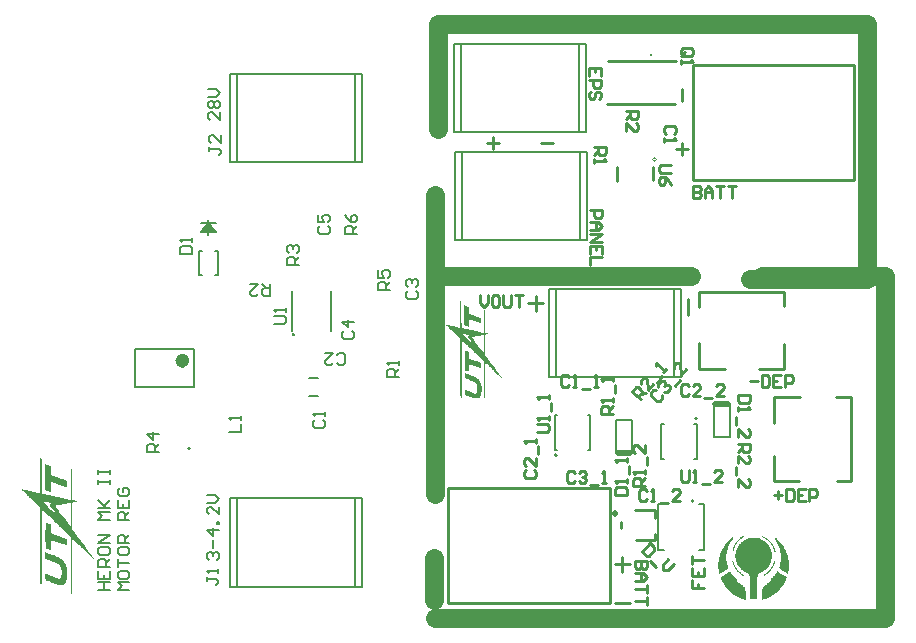
<source format=gto>
G04*
G04 #@! TF.GenerationSoftware,Altium Limited,Altium Designer,18.1.9 (240)*
G04*
G04 Layer_Color=65535*
%FSLAX44Y44*%
%MOMM*%
G71*
G01*
G75*
%ADD16C,0.2540*%
%ADD41C,1.6000*%
%ADD46C,0.1000*%
%ADD47C,0.1270*%
%ADD48C,0.1524*%
%ADD49C,0.6000*%
%ADD50C,0.2000*%
%ADD51C,0.5000*%
G36*
X395137Y268147D02*
X397023Y267556D01*
X397060Y261682D01*
X397135Y261683D01*
X397362Y261609D01*
X397814Y261461D01*
X398343Y261238D01*
X399098Y261017D01*
X400003Y260721D01*
X401060Y260352D01*
X402343Y259908D01*
X402418Y259908D01*
X402494Y259833D01*
X402947Y259686D01*
X403551Y259463D01*
X404305Y259242D01*
X405211Y258947D01*
X406042Y258575D01*
X406872Y258279D01*
X407627Y257983D01*
X407646Y254895D01*
X407574Y254443D01*
X407576Y254142D01*
X407502Y253840D01*
X407427Y253764D01*
X407277Y253763D01*
X407126Y253837D01*
X406673Y253985D01*
X406069Y254207D01*
X405691Y254356D01*
X405163Y254503D01*
X404560Y254650D01*
X403956Y254872D01*
X403126Y255168D01*
X402295Y255464D01*
X402220Y255464D01*
X402069Y255538D01*
X401843Y255612D01*
X401540Y255760D01*
X400711Y255981D01*
X399805Y256352D01*
X398824Y256647D01*
X397994Y256868D01*
X397692Y257017D01*
X397390Y257090D01*
X397239Y257164D01*
X397164Y257164D01*
X397167Y256637D01*
X397094Y256260D01*
X397118Y252419D01*
X397047Y251816D01*
X397052Y250912D01*
X396977Y250837D01*
X396978Y250761D01*
X396903Y250761D01*
X396525Y250834D01*
X396299Y250908D01*
X395922Y250981D01*
X395545Y251129D01*
X395016Y251352D01*
X393430Y252019D01*
X393325Y268813D01*
X395137Y268147D01*
D02*
G37*
G36*
X390514Y272712D02*
X390591Y272486D01*
X390667Y272261D01*
X390745Y271885D01*
X390824Y271358D01*
X390923Y255468D01*
X391012Y253284D01*
X391024Y251402D01*
X391104Y250649D01*
X391110Y249745D01*
X391186Y249595D01*
X391261Y249596D01*
X391412Y249597D01*
X391714Y249523D01*
X392241Y249451D01*
X392920Y249305D01*
X393448Y249233D01*
X393976Y249086D01*
X394579Y248939D01*
X395258Y248792D01*
X396012Y248647D01*
X396917Y248426D01*
X397068Y248427D01*
X397521Y248279D01*
X398199Y248133D01*
X399180Y247913D01*
X400537Y247621D01*
X402121Y247329D01*
X404006Y246889D01*
X405062Y246670D01*
X406193Y246451D01*
X409964Y245646D01*
X409879Y259202D01*
X409942Y261160D01*
X409930Y263043D01*
X410000Y263872D01*
X409995Y264700D01*
X410066Y265303D01*
X410063Y265830D01*
X410136Y266132D01*
X410211Y266283D01*
X410287Y266133D01*
X410288Y265983D01*
X410365Y265757D01*
X410442Y265381D01*
X410445Y265005D01*
X410524Y264403D01*
X410603Y263725D01*
X410609Y262897D01*
X410690Y261843D01*
X410698Y260638D01*
X410782Y259208D01*
X410868Y257626D01*
X410879Y255744D01*
X411019Y245427D01*
X412452Y245210D01*
X412527Y245210D01*
X412678Y245136D01*
X413131Y244988D01*
X413659Y244841D01*
X413886Y244692D01*
X413962Y244617D01*
X413887Y244541D01*
X413737Y244465D01*
X413511Y244388D01*
X413285Y244387D01*
X413210Y244386D01*
X413059Y244385D01*
X412758Y244383D01*
X412457Y244306D01*
X411705Y244151D01*
X410955Y243770D01*
X411063Y226448D01*
X411975Y225174D01*
X412051Y225099D01*
X412279Y224799D01*
X412583Y224349D01*
X413114Y223750D01*
X413645Y223000D01*
X414404Y222101D01*
X415164Y221052D01*
X416075Y219928D01*
X417062Y218578D01*
X418125Y217229D01*
X419189Y215730D01*
X420328Y214155D01*
X421544Y212506D01*
X422835Y210782D01*
X425418Y207183D01*
X425760Y206620D01*
X425723Y206658D01*
X425344Y206957D01*
X425117Y207181D01*
X424738Y207480D01*
X424587Y207630D01*
X424360Y207854D01*
X423905Y208303D01*
X423602Y208603D01*
X423147Y208976D01*
X422617Y209500D01*
X422086Y210099D01*
X421329Y210772D01*
X420495Y211520D01*
X419586Y212418D01*
X418525Y213466D01*
X418449Y213541D01*
X418223Y213690D01*
X417919Y213990D01*
X417541Y214364D01*
X417085Y214888D01*
X416555Y215337D01*
X415343Y216459D01*
X414131Y217656D01*
X412995Y218628D01*
X412540Y219077D01*
X412161Y219451D01*
X411859Y219675D01*
X411632Y219825D01*
X411102Y220273D01*
X411253Y196249D01*
X411188Y194592D01*
X411219Y189622D01*
X411153Y188115D01*
X411086Y186759D01*
X411094Y185554D01*
X411021Y185102D01*
X411026Y184349D01*
X410952Y184122D01*
X410953Y183972D01*
X410878Y183896D01*
X410878Y183971D01*
X410802Y184046D01*
X410801Y184196D01*
X410724Y184497D01*
X410721Y184874D01*
X410642Y185476D01*
X410562Y186228D01*
X410556Y187283D01*
X410473Y188487D01*
X410463Y190069D01*
X410382Y190897D01*
X410363Y194060D01*
X410280Y195264D01*
X410116Y221321D01*
X404584Y226860D01*
X404508Y226934D01*
X404281Y227159D01*
X403902Y227533D01*
X403296Y228057D01*
X402614Y228730D01*
X401705Y229553D01*
X400644Y230600D01*
X399432Y231723D01*
X399356Y231798D01*
X399280Y231872D01*
X398901Y232246D01*
X398295Y232845D01*
X397538Y233518D01*
X396856Y234192D01*
X396099Y234865D01*
X395492Y235464D01*
X395037Y235912D01*
X391022Y239728D01*
X391308Y194091D01*
X391238Y193262D01*
X391257Y190250D01*
X391106Y190249D01*
X390880Y190398D01*
X390653Y190547D01*
X390500Y190847D01*
X390348Y191147D01*
X390270Y191599D01*
X390269Y191674D01*
X390192Y191900D01*
X390190Y192276D01*
X390111Y192878D01*
X390106Y193631D01*
X390024Y194685D01*
X389984Y201162D01*
X390054Y201915D01*
X390014Y208392D01*
X390079Y210049D01*
X389887Y240625D01*
X385416Y245040D01*
X385264Y245190D01*
X385112Y245340D01*
X384809Y245639D01*
X384431Y245938D01*
X383976Y246387D01*
X383446Y246911D01*
X382764Y247584D01*
X382688Y247659D01*
X382461Y247884D01*
X382082Y248258D01*
X381627Y248707D01*
X380491Y249754D01*
X379430Y250802D01*
X379354Y250877D01*
X379202Y251026D01*
X378672Y251475D01*
X378217Y251999D01*
X378065Y252224D01*
X377989Y252299D01*
X378366Y252301D01*
X378441Y252302D01*
X378667Y252303D01*
X379044Y252230D01*
X379497Y252083D01*
X379572Y252083D01*
X379874Y252010D01*
X380326Y251937D01*
X380779Y251789D01*
X380930Y251790D01*
X381081Y251716D01*
X381382Y251718D01*
X381684Y251644D01*
X382211Y251572D01*
X382740Y251425D01*
X383418Y251279D01*
X383494Y251279D01*
X383720Y251205D01*
X384097Y251132D01*
X384474Y251059D01*
X385454Y250840D01*
X385831Y250767D01*
X386208Y250694D01*
X389452Y249886D01*
X389526Y250037D01*
X389525Y250263D01*
X389599Y250489D01*
X389594Y251318D01*
X389665Y251920D01*
X389660Y252673D01*
X389730Y253653D01*
X389723Y254783D01*
X389790Y256063D01*
X389708Y269167D01*
X389778Y269921D01*
X389768Y271578D01*
X389840Y272105D01*
X389987Y272633D01*
X390137Y272785D01*
X390287Y272861D01*
X390362Y272862D01*
X390514Y272712D01*
D02*
G37*
G36*
X394243Y230485D02*
X394469Y230411D01*
X394771Y230338D01*
X395149Y230189D01*
X395602Y230042D01*
X397111Y229599D01*
X397112Y229449D01*
X397188Y229223D01*
X397193Y228470D01*
X397272Y227943D01*
X397293Y224555D01*
X397371Y224103D01*
X397374Y223651D01*
X398884Y223058D01*
X398959Y223059D01*
X399110Y222984D01*
X399488Y222836D01*
X400016Y222689D01*
X400695Y222467D01*
X401601Y222096D01*
X402733Y221727D01*
X404091Y221283D01*
X407865Y220027D01*
X407884Y216939D01*
X407811Y216562D01*
X407814Y216185D01*
X407740Y215959D01*
X407665Y215883D01*
X402383Y217582D01*
X397326Y219283D01*
X397356Y214463D01*
X397285Y213860D01*
X397288Y213333D01*
X397215Y212956D01*
X397140Y212880D01*
X397141Y212805D01*
X397065Y212804D01*
X396914Y212879D01*
X396688Y212953D01*
X396236Y213025D01*
X395707Y213248D01*
X394952Y213469D01*
X393971Y213764D01*
X393895Y213914D01*
X393893Y214291D01*
X393816Y214591D01*
X393810Y215420D01*
X393732Y215947D01*
X393722Y217453D01*
X393641Y218431D01*
X393600Y224908D01*
X393666Y226415D01*
X393657Y227921D01*
X393727Y228674D01*
X393723Y229277D01*
X393796Y229804D01*
X393793Y230181D01*
X393867Y230483D01*
X393941Y230558D01*
X394017Y230559D01*
X394243Y230485D01*
D02*
G37*
G36*
X425874Y206508D02*
X425875Y206433D01*
X425760Y206620D01*
X425874Y206508D01*
D02*
G37*
G36*
X398214Y209799D02*
X398289Y209799D01*
X398440Y209725D01*
X398742Y209576D01*
X399195Y209429D01*
X399648Y209281D01*
X400177Y209058D01*
X401385Y208539D01*
X402669Y207944D01*
X403879Y207199D01*
X404937Y206528D01*
X405391Y206154D01*
X405695Y205779D01*
X405771Y205629D01*
X406075Y205254D01*
X406455Y204654D01*
X406837Y203753D01*
X407296Y202626D01*
X407682Y201197D01*
X407994Y199543D01*
X408081Y197585D01*
X408086Y196757D01*
X408016Y195928D01*
X407872Y194872D01*
X407653Y193741D01*
X407359Y192610D01*
X406989Y191628D01*
X406690Y191175D01*
X406391Y190796D01*
X406317Y190721D01*
X406242Y190645D01*
X406017Y190493D01*
X405717Y190340D01*
X404966Y189959D01*
X404514Y189881D01*
X404063Y189803D01*
X403988Y189802D01*
X403686Y189876D01*
X403385Y189874D01*
X403083Y189947D01*
X402706Y190020D01*
X402178Y190167D01*
X401650Y190315D01*
X400971Y190536D01*
X400216Y190758D01*
X399310Y191053D01*
X398254Y191348D01*
X397122Y191793D01*
X395914Y192237D01*
X394480Y192755D01*
X394404Y192830D01*
X394253Y192980D01*
X394101Y193129D01*
X394024Y193430D01*
X393870Y193881D01*
X393792Y194408D01*
X393773Y197345D01*
X393848Y197345D01*
X393924Y197270D01*
X394151Y197196D01*
X394452Y197123D01*
X394830Y196975D01*
X395283Y196827D01*
X396415Y196457D01*
X397774Y195939D01*
X399359Y195346D01*
X401095Y194755D01*
X403058Y194014D01*
X403132Y194090D01*
X403356Y194392D01*
X403356Y194468D01*
X403506Y194544D01*
X403656Y194695D01*
X403731Y194771D01*
X403880Y194923D01*
X403955Y194998D01*
X404029Y195225D01*
X404028Y195375D01*
X404177Y195678D01*
X404176Y195828D01*
X404249Y196205D01*
X404247Y196431D01*
X404320Y196808D01*
X404318Y197110D01*
X404392Y197411D01*
X404380Y199219D01*
X404301Y199821D01*
X404222Y200498D01*
X404067Y201250D01*
X403836Y202002D01*
X403530Y202678D01*
X403075Y203202D01*
X403000Y203202D01*
X402848Y203351D01*
X402621Y203500D01*
X402168Y203724D01*
X401488Y204021D01*
X400582Y204391D01*
X399525Y204837D01*
X398846Y205058D01*
X398091Y205355D01*
X393788Y206985D01*
X393787Y207135D01*
X393709Y207511D01*
X393694Y209997D01*
X393614Y210749D01*
X393612Y211050D01*
X393535Y211351D01*
X398214Y209799D01*
D02*
G37*
G36*
X41062Y133386D02*
X43503Y132605D01*
Y124990D01*
X43601D01*
X43894Y124892D01*
X44480Y124697D01*
X45163Y124404D01*
X46140Y124111D01*
X47311Y123720D01*
X48678Y123232D01*
X50338Y122646D01*
X50436D01*
X50533Y122549D01*
X51119Y122353D01*
X51900Y122060D01*
X52877Y121768D01*
X54048Y121377D01*
X55122Y120889D01*
X56196Y120498D01*
X57173Y120108D01*
Y116105D01*
X57075Y115519D01*
Y115128D01*
X56978Y114738D01*
X56880Y114640D01*
X56684D01*
X56489Y114738D01*
X55903Y114933D01*
X55122Y115226D01*
X54634Y115421D01*
X53951Y115616D01*
X53170Y115812D01*
X52389Y116105D01*
X51315Y116495D01*
X50241Y116886D01*
X50143D01*
X49948Y116983D01*
X49655Y117081D01*
X49264Y117276D01*
X48190Y117569D01*
X47018Y118057D01*
X45749Y118448D01*
X44675Y118741D01*
X44285Y118936D01*
X43894Y119034D01*
X43699Y119131D01*
X43601D01*
Y118448D01*
X43503Y117960D01*
Y112980D01*
X43406Y112199D01*
Y111027D01*
X43308Y110930D01*
Y110832D01*
X43211D01*
X42722Y110930D01*
X42429Y111027D01*
X41941Y111125D01*
X41453Y111320D01*
X40770Y111613D01*
X38719Y112492D01*
Y134265D01*
X41062Y133386D01*
D02*
G37*
G36*
X35107Y139342D02*
X35204Y139050D01*
X35302Y138757D01*
X35399Y138268D01*
X35497Y137585D01*
Y116983D01*
X35595Y114152D01*
Y111711D01*
X35693Y110735D01*
Y109563D01*
X35790Y109368D01*
X36083D01*
X36474Y109270D01*
X37157Y109172D01*
X38036Y108977D01*
X38719Y108879D01*
X39403Y108684D01*
X40184Y108489D01*
X41062Y108294D01*
X42039Y108098D01*
X43211Y107805D01*
X43406D01*
X43992Y107610D01*
X44870Y107415D01*
X46140Y107122D01*
X47897Y106731D01*
X49948Y106341D01*
X52389Y105755D01*
X53755Y105462D01*
X55220Y105169D01*
X60102Y104095D01*
Y121670D01*
X60199Y124208D01*
Y126650D01*
X60297Y127724D01*
Y128798D01*
X60395Y129579D01*
Y130262D01*
X60492Y130653D01*
X60590Y130848D01*
X60688Y130653D01*
Y130457D01*
X60785Y130164D01*
X60883Y129676D01*
Y129188D01*
X60981Y128407D01*
X61078Y127528D01*
Y126454D01*
X61176Y125087D01*
Y123525D01*
X61273Y121670D01*
X61371Y119620D01*
Y117179D01*
X61469Y103802D01*
X63324Y103509D01*
X63422D01*
X63617Y103412D01*
X64203Y103216D01*
X64886Y103021D01*
X65179Y102826D01*
X65277Y102728D01*
X65179Y102631D01*
X64984Y102533D01*
X64691Y102435D01*
X63714D01*
X63324Y102338D01*
X62347Y102142D01*
X61371Y101654D01*
X61371Y79198D01*
X62543Y77538D01*
X62641Y77440D01*
X62933Y77050D01*
X63324Y76464D01*
X64007Y75683D01*
X64691Y74706D01*
X65667Y73535D01*
X66644Y72168D01*
X67815Y70703D01*
X69085Y68946D01*
X70451Y67188D01*
X71818Y65235D01*
X73283Y63185D01*
X74845Y61037D01*
X76505Y58791D01*
X79825Y54105D01*
X80264Y53373D01*
X80410Y53226D01*
Y53128D01*
X80264Y53373D01*
X80215Y53421D01*
X79727Y53812D01*
X79434Y54105D01*
X78946Y54495D01*
X78751Y54691D01*
X78458Y54984D01*
X77872Y55569D01*
X77481Y55960D01*
X76896Y56448D01*
X76212Y57132D01*
X75529Y57913D01*
X74552Y58791D01*
X73478Y59768D01*
X72307Y60939D01*
X70940Y62306D01*
X70842Y62404D01*
X70549Y62599D01*
X70159Y62990D01*
X69670Y63478D01*
X69085Y64161D01*
X68401Y64747D01*
X66839Y66212D01*
X65277Y67774D01*
X63812Y69043D01*
X63226Y69629D01*
X62738Y70117D01*
X62348Y70410D01*
X62055Y70606D01*
X61371Y71191D01*
Y40045D01*
X61273Y37897D01*
Y31453D01*
X61176Y29500D01*
X61078Y27743D01*
Y26180D01*
X60981Y25595D01*
Y24618D01*
X60883Y24325D01*
Y24130D01*
X60785Y24032D01*
Y24130D01*
X60688Y24228D01*
Y24423D01*
X60590Y24813D01*
Y25302D01*
X60492Y26083D01*
X60395Y27059D01*
Y28426D01*
X60297Y29988D01*
Y32039D01*
X60199Y33113D01*
Y37213D01*
X60102Y38776D01*
Y72558D01*
X52974Y79783D01*
X52877Y79881D01*
X52584Y80174D01*
X52096Y80662D01*
X51315Y81346D01*
X50436Y82224D01*
X49264Y83298D01*
X47897Y84665D01*
X46335Y86130D01*
X46237Y86228D01*
X46140Y86325D01*
X45651Y86813D01*
X44870Y87594D01*
X43894Y88473D01*
X43015Y89352D01*
X42039Y90231D01*
X41258Y91012D01*
X40672Y91598D01*
X35497Y96577D01*
Y37409D01*
X35400Y36335D01*
Y32429D01*
X35204D01*
X34911Y32624D01*
X34618Y32820D01*
X34423Y33210D01*
X34228Y33601D01*
X34130Y34187D01*
Y34284D01*
X34033Y34577D01*
Y35065D01*
X33935Y35847D01*
Y36823D01*
X33837Y38190D01*
Y46587D01*
X33935Y47563D01*
Y55960D01*
X34033Y58108D01*
X34033Y97749D01*
X28272Y103509D01*
X28077Y103705D01*
X27882Y103900D01*
X27491Y104291D01*
X27003Y104681D01*
X26417Y105267D01*
X25733Y105950D01*
X24855Y106829D01*
X24757Y106927D01*
X24464Y107220D01*
X23976Y107708D01*
X23390Y108294D01*
X21926Y109661D01*
X20559Y111027D01*
X20461Y111125D01*
X20266Y111320D01*
X19582Y111906D01*
X18996Y112590D01*
X18801Y112883D01*
X18704Y112980D01*
X19582D01*
X20070Y112883D01*
X20656Y112687D01*
X20754D01*
X21144Y112590D01*
X21730Y112492D01*
X22316Y112297D01*
X22511D01*
X22707Y112199D01*
X23097D01*
X23488Y112101D01*
X24171Y112004D01*
X24855Y111809D01*
X25733Y111613D01*
X25831D01*
X26124Y111516D01*
X26612Y111418D01*
X27100Y111320D01*
X28370Y111027D01*
X28858Y110930D01*
X29346Y110832D01*
X33544Y109758D01*
X33642Y109953D01*
Y110246D01*
X33740Y110539D01*
Y111613D01*
X33837Y112394D01*
Y113371D01*
X33935Y114640D01*
Y116105D01*
X34033Y117765D01*
Y134753D01*
X34130Y135730D01*
Y137878D01*
X34228Y138561D01*
X34423Y139245D01*
X34618Y139440D01*
X34814Y139538D01*
X34911D01*
X35107Y139342D01*
D02*
G37*
G36*
X644293Y73352D02*
X644961D01*
Y73018D01*
X644293D01*
Y73352D01*
X643289D01*
Y73687D01*
X644293D01*
Y73352D01*
D02*
G37*
G36*
X647303Y72683D02*
X647637D01*
Y72349D01*
X648306D01*
Y72014D01*
X648975D01*
Y71680D01*
X649310D01*
Y71345D01*
X649979D01*
Y71011D01*
X650313D01*
Y70676D01*
X650648D01*
Y70342D01*
X650982D01*
Y70007D01*
X651317D01*
Y69673D01*
X651651D01*
Y69338D01*
X651986D01*
Y69004D01*
X652320D01*
Y68669D01*
X652655D01*
Y68335D01*
X652989D01*
Y68000D01*
X653324D01*
Y67666D01*
X653658D01*
Y67332D01*
Y66997D01*
X653993D01*
Y66663D01*
X654327D01*
Y66328D01*
Y65993D01*
X654662D01*
Y65659D01*
X654996D01*
Y65325D01*
Y64990D01*
X655331D01*
Y64655D01*
Y64321D01*
X655665D01*
Y63987D01*
Y63652D01*
Y63318D01*
X656000D01*
Y62983D01*
Y62649D01*
X656334D01*
Y62314D01*
Y61980D01*
Y61645D01*
X656669D01*
Y61311D01*
Y60976D01*
Y60642D01*
Y60307D01*
X657003D01*
Y59973D01*
X655665D01*
Y60307D01*
Y60642D01*
Y60976D01*
Y61311D01*
X655331D01*
Y61645D01*
Y61980D01*
Y62314D01*
X654996D01*
Y62649D01*
Y62983D01*
Y63318D01*
X654662D01*
Y63652D01*
Y63987D01*
X654327D01*
Y64321D01*
Y64655D01*
X653993D01*
Y64990D01*
Y65325D01*
X653658D01*
Y65659D01*
X653324D01*
Y65993D01*
Y66328D01*
X652989D01*
Y66663D01*
X652655D01*
Y66997D01*
Y67332D01*
X652320D01*
Y67666D01*
X651986D01*
Y68000D01*
X651651D01*
Y68335D01*
X651317D01*
Y68669D01*
X650982D01*
Y69004D01*
X650648D01*
Y69338D01*
X650313D01*
Y69673D01*
X649979D01*
Y70007D01*
X649644D01*
Y70342D01*
X648975D01*
Y70676D01*
X648641D01*
Y71011D01*
X647972D01*
Y71345D01*
X647637D01*
Y71680D01*
X647303D01*
Y72014D01*
X646634D01*
Y72349D01*
X645965D01*
Y72683D01*
X645296D01*
Y73018D01*
X645965D01*
Y72683D01*
X646634D01*
Y72349D01*
X646968D01*
Y72683D01*
Y73018D01*
X647303D01*
Y72683D01*
D02*
G37*
G36*
X39598Y84568D02*
X39891Y84470D01*
X40282Y84372D01*
X40770Y84177D01*
X41356Y83982D01*
X43308Y83396D01*
Y83201D01*
X43406Y82908D01*
Y81931D01*
X43503Y81248D01*
Y76854D01*
X43601Y76269D01*
Y75683D01*
X45554Y74902D01*
X45651D01*
X45847Y74804D01*
X46335Y74609D01*
X47018Y74413D01*
X47897Y74120D01*
X49069Y73632D01*
X50533Y73144D01*
X52291Y72558D01*
X57173Y70898D01*
Y66895D01*
X57075Y66407D01*
Y65919D01*
X56978Y65626D01*
X56880Y65528D01*
X50045Y67774D01*
X43503Y70020D01*
Y63771D01*
X43406Y62990D01*
Y62306D01*
X43308Y61818D01*
X43211Y61720D01*
Y61623D01*
X43113D01*
X42918Y61720D01*
X42625Y61818D01*
X42039Y61916D01*
X41356Y62209D01*
X40379Y62502D01*
X39110Y62892D01*
X39012Y63087D01*
Y63576D01*
X38914Y63966D01*
Y65040D01*
X38817Y65724D01*
Y67676D01*
X38719Y68946D01*
Y77343D01*
X38817Y79295D01*
Y81248D01*
X38914Y82224D01*
Y83006D01*
X39012Y83689D01*
Y84177D01*
X39110Y84568D01*
X39207Y84665D01*
X39305D01*
X39598Y84568D01*
D02*
G37*
G36*
X630192Y73520D02*
Y73185D01*
X629857D01*
Y72851D01*
Y72516D01*
X629523D01*
Y72182D01*
X629188D01*
Y71847D01*
X628519D01*
Y71513D01*
X628185D01*
Y71178D01*
X627516D01*
Y70844D01*
X627182D01*
Y70509D01*
X626847D01*
Y70175D01*
X626512D01*
Y69840D01*
X626178D01*
Y69506D01*
X625844D01*
Y69171D01*
X625509D01*
Y68837D01*
X625174D01*
Y68502D01*
X624840D01*
Y68168D01*
X624506D01*
Y67833D01*
Y67499D01*
X624171D01*
Y67164D01*
X623837D01*
Y66830D01*
Y66495D01*
X623554D01*
Y66328D01*
X623502D01*
Y66161D01*
X623168D01*
Y65826D01*
Y65492D01*
X622885D01*
Y65325D01*
X622833D01*
Y65157D01*
Y64823D01*
X622551D01*
Y64655D01*
X622499D01*
Y64488D01*
Y64154D01*
X622164D01*
Y63819D01*
Y63485D01*
Y63150D01*
X621830D01*
Y62816D01*
Y62481D01*
Y62147D01*
X621495D01*
Y61812D01*
Y61478D01*
Y61143D01*
Y60809D01*
X620878D01*
Y60642D01*
X620544D01*
Y60809D01*
X620157D01*
Y61143D01*
X620492D01*
Y61478D01*
Y61812D01*
Y62147D01*
Y62481D01*
X620826D01*
Y62816D01*
Y63150D01*
Y63485D01*
X621161D01*
Y63819D01*
Y64154D01*
X621495D01*
Y64488D01*
Y64823D01*
Y65157D01*
X621830D01*
Y65492D01*
Y65826D01*
X622164D01*
Y66161D01*
Y66495D01*
X622499D01*
Y66830D01*
X622833D01*
Y67164D01*
Y67499D01*
X623168D01*
Y67833D01*
X623502D01*
Y68168D01*
Y68502D01*
X623837D01*
Y68837D01*
X624171D01*
Y69171D01*
X624506D01*
Y69506D01*
X624840D01*
Y69840D01*
X625174D01*
Y70175D01*
X625509D01*
Y70509D01*
X625844D01*
Y70844D01*
X626178D01*
Y71178D01*
X626512D01*
Y71513D01*
X626847D01*
Y71847D01*
X627182D01*
Y72182D01*
X627850D01*
Y72516D01*
X628185D01*
Y72851D01*
X628854D01*
Y73185D01*
X629523D01*
Y73520D01*
X629857D01*
Y73854D01*
X630192D01*
Y73520D01*
D02*
G37*
G36*
X656334Y72014D02*
X656669D01*
Y71680D01*
X657338D01*
Y71345D01*
X657672D01*
Y71011D01*
X658007D01*
Y70676D01*
X658341D01*
Y70342D01*
X658676D01*
Y70007D01*
X659010D01*
Y69673D01*
X659345D01*
Y69338D01*
X659679D01*
Y69004D01*
X660014D01*
Y68669D01*
X660348D01*
Y68335D01*
X660683D01*
Y68000D01*
X661017D01*
Y67666D01*
X661352D01*
Y67332D01*
X661686D01*
Y66997D01*
X662021D01*
Y66663D01*
Y66328D01*
X662355D01*
Y65993D01*
X662690D01*
Y65659D01*
X663024D01*
Y65325D01*
Y64990D01*
X663359D01*
Y64655D01*
X663693D01*
Y64321D01*
Y63987D01*
X664028D01*
Y63652D01*
Y63318D01*
X664362D01*
Y62983D01*
Y62649D01*
X664697D01*
Y62314D01*
X665031D01*
Y61980D01*
Y61645D01*
X665366D01*
Y61311D01*
Y60976D01*
X665700D01*
Y60642D01*
Y60307D01*
Y59973D01*
X666034D01*
Y59638D01*
Y59304D01*
X666369D01*
Y58969D01*
Y58635D01*
Y58300D01*
X666703D01*
Y57966D01*
Y57631D01*
Y57297D01*
X667038D01*
Y56962D01*
Y56628D01*
Y56293D01*
X667373D01*
Y55959D01*
Y55624D01*
Y55290D01*
Y54955D01*
X667707D01*
Y54621D01*
Y54286D01*
Y53952D01*
Y53617D01*
Y53283D01*
Y52948D01*
X668042D01*
Y52614D01*
Y52279D01*
Y51945D01*
Y51610D01*
Y51276D01*
Y50941D01*
Y50607D01*
Y50272D01*
Y49938D01*
X668376D01*
Y49603D01*
Y49269D01*
Y48934D01*
Y48600D01*
Y48265D01*
Y47931D01*
Y47596D01*
Y47262D01*
Y46927D01*
X668042D01*
Y46593D01*
Y46258D01*
Y45924D01*
Y45589D01*
Y45255D01*
Y44921D01*
Y44586D01*
Y44251D01*
Y43917D01*
X667707D01*
Y43583D01*
Y43248D01*
Y42913D01*
Y42579D01*
Y42245D01*
Y41910D01*
X667373D01*
Y41575D01*
Y41241D01*
X667038D01*
Y41575D01*
X666369D01*
Y41910D01*
X666034D01*
Y42245D01*
X665366D01*
Y42579D01*
X665031D01*
Y42913D01*
X664362D01*
Y43248D01*
X663693D01*
Y43583D01*
X663359D01*
Y43917D01*
X662690D01*
Y44251D01*
X662355D01*
Y44586D01*
X661686D01*
Y44921D01*
X661352D01*
Y45255D01*
X660683D01*
Y45589D01*
X660348D01*
Y45924D01*
X659679D01*
Y46258D01*
Y46593D01*
X660014D01*
Y46927D01*
Y47262D01*
Y47596D01*
X660348D01*
Y47931D01*
Y48265D01*
Y48600D01*
X660683D01*
Y48934D01*
Y49269D01*
Y49603D01*
X661017D01*
Y49938D01*
Y50272D01*
Y50607D01*
Y50941D01*
Y51276D01*
X661352D01*
Y51610D01*
Y51945D01*
Y52279D01*
Y52614D01*
Y52948D01*
Y53283D01*
Y53617D01*
Y53952D01*
Y54286D01*
Y54621D01*
X661686D01*
Y54955D01*
Y55290D01*
Y55624D01*
Y55959D01*
Y56293D01*
X661352D01*
Y56628D01*
Y56962D01*
Y57297D01*
Y57631D01*
Y57966D01*
Y58300D01*
Y58635D01*
Y58969D01*
Y59304D01*
X661017D01*
Y59638D01*
Y59973D01*
Y60307D01*
Y60642D01*
Y60976D01*
X660683D01*
Y61311D01*
Y61645D01*
Y61980D01*
Y62314D01*
X660348D01*
Y62649D01*
Y62983D01*
Y63318D01*
X660014D01*
Y63652D01*
Y63987D01*
Y64321D01*
X659679D01*
Y64655D01*
Y64990D01*
X659345D01*
Y65325D01*
Y65659D01*
X659010D01*
Y65993D01*
Y66328D01*
X658676D01*
Y66663D01*
Y66997D01*
X658341D01*
Y67332D01*
Y67666D01*
X658007D01*
Y68000D01*
Y68335D01*
X657672D01*
Y68669D01*
X657338D01*
Y69004D01*
Y69338D01*
X657003D01*
Y69673D01*
X656669D01*
Y70007D01*
X656334D01*
Y70342D01*
Y70676D01*
X656000D01*
Y71011D01*
Y71345D01*
Y71680D01*
Y72014D01*
Y72349D01*
X656334D01*
Y72014D01*
D02*
G37*
G36*
X620878D02*
Y71680D01*
Y71345D01*
Y71011D01*
Y70676D01*
X620544D01*
Y70342D01*
X620209D01*
Y70007D01*
X619874D01*
Y69673D01*
Y69338D01*
X619540D01*
Y69004D01*
X619206D01*
Y68669D01*
Y68335D01*
X618871D01*
Y68000D01*
X618537D01*
Y67666D01*
Y67332D01*
X618202D01*
Y66997D01*
Y66663D01*
X617868D01*
Y66328D01*
Y65993D01*
X617533D01*
Y65659D01*
Y65325D01*
X617199D01*
Y64990D01*
Y64655D01*
X616864D01*
Y64321D01*
Y63987D01*
Y63652D01*
X616530D01*
Y63318D01*
Y62983D01*
X616195D01*
Y62649D01*
Y62314D01*
Y61980D01*
Y61645D01*
X615861D01*
Y61311D01*
Y60976D01*
Y60642D01*
Y60307D01*
X615526D01*
Y59973D01*
Y59638D01*
Y59304D01*
Y58969D01*
Y58635D01*
Y58300D01*
X615192D01*
Y57966D01*
Y57631D01*
Y57297D01*
Y56962D01*
Y56628D01*
Y56293D01*
Y55959D01*
Y55624D01*
Y55290D01*
Y54955D01*
Y54621D01*
Y54286D01*
Y53952D01*
Y53617D01*
Y53283D01*
Y52948D01*
Y52614D01*
X615526D01*
Y52279D01*
Y51945D01*
Y51610D01*
Y51276D01*
Y50941D01*
Y50607D01*
X615861D01*
Y50272D01*
Y49938D01*
Y49603D01*
Y49269D01*
X616195D01*
Y48934D01*
Y48600D01*
Y48265D01*
Y47931D01*
X616530D01*
Y47596D01*
Y47262D01*
Y46927D01*
X616864D01*
Y46593D01*
Y46258D01*
Y45924D01*
X616530D01*
Y45589D01*
X615861D01*
Y45255D01*
X615526D01*
Y44921D01*
X614857D01*
Y44586D01*
X614523D01*
Y44251D01*
X613854D01*
Y43917D01*
X613519D01*
Y43583D01*
X612850D01*
Y43248D01*
X612516D01*
Y42913D01*
X611847D01*
Y42579D01*
X611178D01*
Y42245D01*
X610843D01*
Y41910D01*
X610174D01*
Y41575D01*
X609840D01*
Y41241D01*
X609171D01*
Y41575D01*
Y41910D01*
Y42245D01*
Y42579D01*
Y42913D01*
X608836D01*
Y43248D01*
Y43583D01*
Y43917D01*
Y44251D01*
Y44586D01*
Y44921D01*
Y45255D01*
X608502D01*
Y45589D01*
Y45924D01*
Y46258D01*
Y46593D01*
Y46927D01*
Y47262D01*
Y47596D01*
Y47931D01*
Y48265D01*
Y48600D01*
Y48934D01*
Y49269D01*
Y49603D01*
Y49938D01*
Y50272D01*
Y50607D01*
Y50941D01*
Y51276D01*
Y51610D01*
X608836D01*
Y51945D01*
Y52279D01*
Y52614D01*
Y52948D01*
Y53283D01*
Y53617D01*
Y53952D01*
X609171D01*
Y54286D01*
Y54621D01*
Y54955D01*
Y55290D01*
Y55624D01*
X609505D01*
Y55959D01*
Y56293D01*
Y56628D01*
X609840D01*
Y56962D01*
Y57297D01*
Y57631D01*
Y57966D01*
X610174D01*
Y58300D01*
Y58635D01*
X610509D01*
Y58969D01*
Y59304D01*
Y59638D01*
X610843D01*
Y59973D01*
Y60307D01*
X611178D01*
Y60642D01*
Y60976D01*
Y61311D01*
X611512D01*
Y61645D01*
Y61980D01*
X611847D01*
Y62314D01*
X612181D01*
Y62649D01*
Y62983D01*
X612516D01*
Y63318D01*
Y63652D01*
X612850D01*
Y63987D01*
Y64321D01*
X613185D01*
Y64655D01*
X613519D01*
Y64990D01*
Y65325D01*
X613854D01*
Y65659D01*
X614188D01*
Y65993D01*
Y66328D01*
X614523D01*
Y66663D01*
X614857D01*
Y66997D01*
X615192D01*
Y67332D01*
X615526D01*
Y67666D01*
Y68000D01*
X615861D01*
Y68335D01*
X616195D01*
Y68669D01*
X616530D01*
Y69004D01*
X616864D01*
Y69338D01*
X617199D01*
Y69673D01*
X617533D01*
Y70007D01*
X617868D01*
Y70342D01*
X618202D01*
Y70676D01*
X618537D01*
Y71011D01*
X619206D01*
Y71345D01*
X619540D01*
Y71680D01*
X619874D01*
Y72014D01*
X620209D01*
Y72349D01*
X620878D01*
Y72014D01*
D02*
G37*
G36*
X656669Y51945D02*
X656334D01*
Y51610D01*
Y51276D01*
Y50941D01*
Y50607D01*
X656000D01*
Y50272D01*
Y49938D01*
Y49603D01*
X655665D01*
Y49269D01*
Y48934D01*
X655331D01*
Y48600D01*
Y48265D01*
Y47931D01*
X654996D01*
Y47596D01*
Y47262D01*
X654662D01*
Y46927D01*
Y46593D01*
X654327D01*
Y46258D01*
X653993D01*
Y45924D01*
Y45589D01*
X653658D01*
Y45255D01*
X653324D01*
Y44921D01*
Y44586D01*
X652989D01*
Y44251D01*
X652655D01*
Y43917D01*
X652320D01*
Y43583D01*
X651986D01*
Y43248D01*
X651651D01*
Y42913D01*
X651317D01*
Y42579D01*
X650982D01*
Y42245D01*
X650648D01*
Y41910D01*
X650313D01*
Y41575D01*
X649979D01*
Y41241D01*
X649644D01*
Y40907D01*
X648975D01*
Y40572D01*
X648641D01*
Y40238D01*
X647972D01*
Y39903D01*
X647303D01*
Y39569D01*
X646968D01*
Y39234D01*
X646634D01*
Y39569D01*
Y39903D01*
X646968D01*
Y40238D01*
Y40572D01*
X647303D01*
Y40907D01*
X647637D01*
Y41241D01*
X648306D01*
Y41575D01*
X648641D01*
Y41910D01*
X649310D01*
Y42245D01*
X649644D01*
Y42579D01*
X649979D01*
Y42913D01*
X650313D01*
Y43248D01*
X650648D01*
Y43583D01*
X650982D01*
Y43917D01*
X651317D01*
Y44251D01*
X651651D01*
Y44586D01*
X651986D01*
Y44921D01*
X652320D01*
Y45255D01*
Y45589D01*
X652655D01*
Y45924D01*
X652989D01*
Y46258D01*
Y46593D01*
X653324D01*
Y46927D01*
X653658D01*
Y47262D01*
Y47596D01*
X653993D01*
Y47931D01*
Y48265D01*
X654327D01*
Y48600D01*
Y48934D01*
X654662D01*
Y49269D01*
Y49603D01*
Y49938D01*
X654996D01*
Y50272D01*
Y50607D01*
Y50941D01*
X655331D01*
Y51276D01*
Y51610D01*
Y51945D01*
Y52279D01*
X656669D01*
Y51945D01*
D02*
G37*
G36*
X621213D02*
Y51610D01*
X621547D01*
Y51276D01*
Y50941D01*
Y50607D01*
Y50272D01*
X621881D01*
Y49938D01*
Y49603D01*
Y49269D01*
X622216D01*
Y48934D01*
Y48600D01*
X622551D01*
Y48265D01*
Y47931D01*
X622885D01*
Y47596D01*
Y47262D01*
X623219D01*
Y46927D01*
Y46593D01*
X623554D01*
Y46258D01*
X623888D01*
Y45924D01*
Y45589D01*
X624223D01*
Y45255D01*
X624557D01*
Y44921D01*
X624892D01*
Y44586D01*
X625226D01*
Y44251D01*
Y43917D01*
X625561D01*
Y43583D01*
X625895D01*
Y43248D01*
X626230D01*
Y42913D01*
X626564D01*
Y42579D01*
X627233D01*
Y42245D01*
X627568D01*
Y41910D01*
X627902D01*
Y41575D01*
X628571D01*
Y41241D01*
X628906D01*
Y40907D01*
X629575D01*
Y40572D01*
X629909D01*
Y40238D01*
Y39903D01*
Y39569D01*
X630244D01*
Y39234D01*
X629909D01*
Y39569D01*
X629240D01*
Y39903D01*
X628571D01*
Y40238D01*
X628237D01*
Y40572D01*
X627568D01*
Y40907D01*
X627233D01*
Y41241D01*
X626899D01*
Y41575D01*
X626564D01*
Y41910D01*
X625895D01*
Y42245D01*
X625561D01*
Y42579D01*
X625226D01*
Y42913D01*
X624892D01*
Y43248D01*
X624557D01*
Y43583D01*
X624223D01*
Y43917D01*
Y44251D01*
X623888D01*
Y44586D01*
X623554D01*
Y44921D01*
X623219D01*
Y45255D01*
Y45589D01*
X622885D01*
Y45924D01*
X622551D01*
Y46258D01*
Y46593D01*
X622216D01*
Y46927D01*
X621881D01*
Y47262D01*
Y47596D01*
X621547D01*
Y47931D01*
Y48265D01*
Y48600D01*
X621213D01*
Y48934D01*
Y49269D01*
X620878D01*
Y49603D01*
Y49938D01*
Y50272D01*
X620544D01*
Y50607D01*
Y50941D01*
Y51276D01*
X620209D01*
Y51610D01*
Y51945D01*
Y52279D01*
X621213D01*
Y51945D01*
D02*
G37*
G36*
X44577Y57717D02*
X44675D01*
X44870Y57620D01*
X45261Y57424D01*
X45847Y57229D01*
X46433Y57034D01*
X47116Y56741D01*
X48678Y56058D01*
X50338Y55276D01*
X51900Y54300D01*
X53267Y53421D01*
X53853Y52933D01*
X54244Y52445D01*
X54341Y52250D01*
X54732Y51761D01*
X55220Y50980D01*
X55708Y49809D01*
X56294Y48344D01*
X56782Y46489D01*
X57173Y44341D01*
X57270Y41802D01*
Y40728D01*
X57173Y39654D01*
X56978Y38287D01*
X56685Y36823D01*
X56294Y35358D01*
X55806Y34089D01*
X55415Y33503D01*
X55025Y33015D01*
X54927Y32917D01*
X54830Y32820D01*
X54536Y32624D01*
X54146Y32429D01*
X53170Y31941D01*
X52584Y31843D01*
X51998Y31746D01*
X51900D01*
X51510Y31843D01*
X51119D01*
X50729Y31941D01*
X50241Y32039D01*
X49557Y32234D01*
X48874Y32429D01*
X47995Y32722D01*
X47018Y33015D01*
X45847Y33406D01*
X44480Y33796D01*
X43015Y34382D01*
X41453Y34968D01*
X39598Y35651D01*
X39500Y35749D01*
X39305Y35944D01*
X39110Y36139D01*
X39012Y36530D01*
X38817Y37116D01*
X38719Y37799D01*
Y41607D01*
X38817D01*
X38914Y41509D01*
X39207Y41412D01*
X39598Y41314D01*
X40086Y41119D01*
X40672Y40924D01*
X42137Y40436D01*
X43894Y39752D01*
X45944Y38971D01*
X48190Y38190D01*
X50729Y37213D01*
X50826Y37311D01*
X51119Y37702D01*
Y37799D01*
X51315Y37897D01*
X51510Y38092D01*
X51607Y38190D01*
X51803Y38385D01*
X51900Y38483D01*
X51998Y38776D01*
Y38971D01*
X52193Y39362D01*
Y39557D01*
X52291Y40045D01*
Y40338D01*
X52389Y40826D01*
Y41217D01*
X52486Y41607D01*
Y43950D01*
X52389Y44731D01*
X52291Y45610D01*
X52096Y46587D01*
X51803Y47563D01*
X51412Y48442D01*
X50826Y49125D01*
X50729D01*
X50533Y49321D01*
X50241Y49516D01*
X49655Y49809D01*
X48776Y50199D01*
X47604Y50687D01*
X46237Y51273D01*
X45359Y51566D01*
X44382Y51957D01*
X38817Y54105D01*
Y54300D01*
X38719Y54788D01*
Y58010D01*
X38622Y58987D01*
Y59377D01*
X38524Y59768D01*
X44577Y57717D01*
D02*
G37*
G36*
X640279Y71680D02*
X641951D01*
Y71345D01*
X643289D01*
Y71011D01*
X643958D01*
Y70676D01*
X644961D01*
Y70342D01*
X645630D01*
Y70007D01*
X646299D01*
Y69673D01*
X646634D01*
Y69338D01*
X647303D01*
Y69004D01*
X647637D01*
Y68669D01*
X647972D01*
Y68335D01*
X648306D01*
Y68000D01*
X648975D01*
Y67666D01*
X649310D01*
Y67332D01*
X649644D01*
Y66997D01*
X649979D01*
Y66663D01*
Y66328D01*
X650313D01*
Y65993D01*
X650648D01*
Y65659D01*
X650982D01*
Y65325D01*
X651317D01*
Y64990D01*
Y64655D01*
X651651D01*
Y64321D01*
Y63987D01*
X651986D01*
Y63652D01*
Y63318D01*
X652320D01*
Y62983D01*
Y62649D01*
X652655D01*
Y62314D01*
Y61980D01*
X652989D01*
Y61645D01*
Y61311D01*
Y60976D01*
X653324D01*
Y60642D01*
Y60307D01*
Y59973D01*
Y59638D01*
X653658D01*
Y59304D01*
Y58969D01*
Y58635D01*
Y58300D01*
Y57966D01*
Y57631D01*
Y57297D01*
Y56962D01*
Y56628D01*
Y56293D01*
Y55959D01*
Y55624D01*
Y55290D01*
Y54955D01*
Y54621D01*
Y54286D01*
Y53952D01*
Y53617D01*
X653324D01*
Y53283D01*
Y52948D01*
Y52614D01*
Y52279D01*
X652989D01*
Y51945D01*
Y51610D01*
Y51276D01*
X652655D01*
Y50941D01*
Y50607D01*
Y50272D01*
X652320D01*
Y49938D01*
Y49603D01*
X651986D01*
Y49269D01*
Y48934D01*
X651651D01*
Y48600D01*
X651317D01*
Y48265D01*
Y47931D01*
X650982D01*
Y47596D01*
X650648D01*
Y47262D01*
Y46927D01*
X650313D01*
Y46593D01*
X649979D01*
Y46258D01*
X649644D01*
Y45924D01*
X649310D01*
Y45589D01*
X648975D01*
Y45255D01*
X648641D01*
Y44921D01*
X648306D01*
Y44586D01*
X647972D01*
Y44251D01*
X647303D01*
Y43917D01*
X646968D01*
Y43583D01*
X646299D01*
Y43248D01*
X645965D01*
Y42913D01*
X645296D01*
Y42579D01*
X644627D01*
Y42245D01*
X643624D01*
Y41910D01*
X642620D01*
Y41575D01*
X641951D01*
Y41241D01*
Y40907D01*
Y40572D01*
Y40238D01*
Y39903D01*
Y39569D01*
Y39234D01*
X641617D01*
Y38900D01*
Y38565D01*
X641282D01*
Y38231D01*
Y37896D01*
X640948D01*
Y37562D01*
Y37227D01*
Y36893D01*
Y36558D01*
Y36224D01*
Y35889D01*
Y35555D01*
Y35220D01*
Y34886D01*
Y34551D01*
Y34217D01*
Y33882D01*
Y33548D01*
Y33213D01*
Y32879D01*
Y32544D01*
Y32210D01*
Y31875D01*
Y31541D01*
Y31206D01*
Y30872D01*
Y30537D01*
Y30203D01*
Y29868D01*
Y29534D01*
Y29199D01*
Y28865D01*
Y28530D01*
Y28196D01*
Y27861D01*
Y27527D01*
Y27192D01*
Y26858D01*
Y26523D01*
Y26189D01*
Y25854D01*
Y25520D01*
Y25185D01*
Y24851D01*
Y24516D01*
Y24182D01*
Y23847D01*
Y23513D01*
Y23178D01*
Y22844D01*
Y22510D01*
Y22175D01*
Y21841D01*
Y21506D01*
Y21172D01*
Y20837D01*
Y20503D01*
Y20168D01*
Y19834D01*
X635596D01*
Y20168D01*
Y20503D01*
Y20837D01*
Y21172D01*
Y21506D01*
Y21841D01*
Y22175D01*
Y22510D01*
Y22844D01*
Y23178D01*
Y23513D01*
Y23847D01*
Y24182D01*
Y24516D01*
Y24851D01*
Y25185D01*
Y25520D01*
Y25854D01*
Y26189D01*
Y26523D01*
Y26858D01*
Y27192D01*
Y27527D01*
Y27861D01*
Y28196D01*
Y28530D01*
Y28865D01*
Y29199D01*
Y29534D01*
Y29868D01*
Y30203D01*
Y30537D01*
Y30872D01*
Y31206D01*
Y31541D01*
Y31875D01*
Y32210D01*
Y32544D01*
Y32879D01*
Y33213D01*
Y33548D01*
Y33882D01*
Y34217D01*
Y34551D01*
Y34886D01*
Y35220D01*
Y35555D01*
Y35889D01*
Y36224D01*
Y36558D01*
Y36893D01*
Y37227D01*
Y37562D01*
Y37896D01*
Y38231D01*
X635261D01*
Y38565D01*
Y38900D01*
X634927D01*
Y39234D01*
Y39569D01*
X634592D01*
Y39903D01*
Y40238D01*
Y40572D01*
Y40907D01*
Y41241D01*
Y41575D01*
X633923D01*
Y41910D01*
X632920D01*
Y42245D01*
X632251D01*
Y42579D01*
X631582D01*
Y42913D01*
X630913D01*
Y43248D01*
X630244D01*
Y43583D01*
X629909D01*
Y43917D01*
X629240D01*
Y44251D01*
X628906D01*
Y44586D01*
X628571D01*
Y44921D01*
X627902D01*
Y45255D01*
X627568D01*
Y45589D01*
X627233D01*
Y45924D01*
X626899D01*
Y46258D01*
Y46593D01*
X626564D01*
Y46927D01*
X626230D01*
Y47262D01*
X625895D01*
Y47596D01*
X625561D01*
Y47931D01*
Y48265D01*
X625226D01*
Y48600D01*
X624892D01*
Y48934D01*
Y49269D01*
X624557D01*
Y49603D01*
Y49938D01*
X624223D01*
Y50272D01*
Y50607D01*
Y50941D01*
X623888D01*
Y51276D01*
Y51610D01*
X623554D01*
Y51945D01*
Y52279D01*
Y52614D01*
Y52948D01*
X623219D01*
Y53283D01*
Y53617D01*
Y53952D01*
Y54286D01*
Y54621D01*
X622885D01*
Y54955D01*
Y55290D01*
Y55624D01*
Y55959D01*
Y56293D01*
Y56628D01*
Y56962D01*
Y57297D01*
Y57631D01*
Y57966D01*
Y58300D01*
X623219D01*
Y58635D01*
Y58969D01*
Y59304D01*
Y59638D01*
Y59973D01*
Y60307D01*
X623554D01*
Y60642D01*
Y60976D01*
Y61311D01*
X623888D01*
Y61645D01*
Y61980D01*
Y62314D01*
X624223D01*
Y62649D01*
Y62983D01*
X624557D01*
Y63318D01*
Y63652D01*
X624892D01*
Y63987D01*
Y64321D01*
X625226D01*
Y64655D01*
Y64990D01*
X625561D01*
Y65325D01*
X625895D01*
Y65659D01*
Y65993D01*
X626230D01*
Y66328D01*
X626564D01*
Y66663D01*
X626899D01*
Y66997D01*
X627233D01*
Y67332D01*
X627568D01*
Y67666D01*
X627902D01*
Y68000D01*
X628237D01*
Y68335D01*
X628571D01*
Y68669D01*
X629240D01*
Y69004D01*
X629575D01*
Y69338D01*
X629909D01*
Y69673D01*
X630578D01*
Y70007D01*
X631247D01*
Y70342D01*
X631916D01*
Y70676D01*
X632585D01*
Y71011D01*
X633589D01*
Y71345D01*
X634592D01*
Y71680D01*
X636265D01*
Y72014D01*
X640279D01*
Y71680D01*
D02*
G37*
G36*
X658676Y43248D02*
X659010D01*
Y42913D01*
X659679D01*
Y42579D01*
X660014D01*
Y42245D01*
X660683D01*
Y41910D01*
X661017D01*
Y41575D01*
X661686D01*
Y41241D01*
X662021D01*
Y40907D01*
X662690D01*
Y40572D01*
X663024D01*
Y40238D01*
X663693D01*
Y39903D01*
X664028D01*
Y39569D01*
X664697D01*
Y39234D01*
X665366D01*
Y38900D01*
X665700D01*
Y38565D01*
X666369D01*
Y38231D01*
Y37896D01*
Y37562D01*
X666034D01*
Y37227D01*
Y36893D01*
X665700D01*
Y36558D01*
Y36224D01*
Y35889D01*
X665366D01*
Y35555D01*
Y35220D01*
X665031D01*
Y34886D01*
Y34551D01*
X664697D01*
Y34217D01*
Y33882D01*
X664362D01*
Y33548D01*
X664028D01*
Y33213D01*
Y32879D01*
X663693D01*
Y32544D01*
Y32210D01*
X663359D01*
Y31875D01*
X663024D01*
Y31541D01*
Y31206D01*
X662690D01*
Y30872D01*
X662355D01*
Y30537D01*
X662021D01*
Y30203D01*
Y29868D01*
X661686D01*
Y29534D01*
X661352D01*
Y29199D01*
X661017D01*
Y28865D01*
X660683D01*
Y28530D01*
X660348D01*
Y28196D01*
Y27861D01*
X660014D01*
Y27527D01*
X659679D01*
Y27192D01*
X659345D01*
Y26858D01*
X659010D01*
Y26523D01*
X658676D01*
Y26189D01*
X658007D01*
Y25854D01*
X657672D01*
Y25520D01*
X657338D01*
Y25185D01*
X657003D01*
Y24851D01*
X656669D01*
Y24516D01*
X656000D01*
Y24182D01*
X655665D01*
Y23847D01*
X654996D01*
Y23513D01*
X654662D01*
Y23178D01*
X653993D01*
Y22844D01*
X653658D01*
Y22510D01*
X652989D01*
Y22175D01*
X652320D01*
Y21841D01*
X651651D01*
Y21506D01*
X650982D01*
Y21172D01*
X650313D01*
Y20837D01*
X649644D01*
Y20503D01*
X648641D01*
Y20168D01*
X647637D01*
Y19834D01*
X646634D01*
Y19499D01*
X645296D01*
Y19834D01*
Y20168D01*
Y20503D01*
Y20837D01*
Y21172D01*
Y21506D01*
Y21841D01*
Y22175D01*
Y22510D01*
Y22844D01*
Y23178D01*
Y23513D01*
Y23847D01*
Y24182D01*
Y24516D01*
Y24851D01*
Y25185D01*
Y25520D01*
Y25854D01*
Y26189D01*
Y26523D01*
Y26858D01*
Y27192D01*
Y27527D01*
X645630D01*
Y27861D01*
Y28196D01*
X645965D01*
Y28530D01*
Y28865D01*
Y29199D01*
Y29534D01*
Y29868D01*
X646299D01*
Y30203D01*
X646634D01*
Y30537D01*
X646968D01*
Y30872D01*
X647303D01*
Y31206D01*
X647972D01*
Y31541D01*
X648306D01*
Y31875D01*
X648641D01*
Y32210D01*
X649310D01*
Y32544D01*
X649644D01*
Y32879D01*
X649979D01*
Y33213D01*
X650648D01*
Y33548D01*
X650982D01*
Y33882D01*
X651317D01*
Y34217D01*
X651651D01*
Y34551D01*
X651986D01*
Y34886D01*
Y35220D01*
X652320D01*
Y35555D01*
X652655D01*
Y35889D01*
Y36224D01*
Y36558D01*
X652989D01*
Y36893D01*
Y37227D01*
X653324D01*
Y37562D01*
X653658D01*
Y37896D01*
X653993D01*
Y38231D01*
X654327D01*
Y38565D01*
X654662D01*
Y38900D01*
X654996D01*
Y39234D01*
X655331D01*
Y39569D01*
X655665D01*
Y39903D01*
X656000D01*
Y40238D01*
X656334D01*
Y40572D01*
X656669D01*
Y40907D01*
Y41241D01*
X657003D01*
Y41575D01*
X657338D01*
Y41910D01*
X657672D01*
Y42245D01*
Y42579D01*
X658007D01*
Y42913D01*
Y43248D01*
X658341D01*
Y43583D01*
X658676D01*
Y43248D01*
D02*
G37*
G36*
X618537D02*
Y42913D01*
X618871D01*
Y42579D01*
Y42245D01*
X619206D01*
Y41910D01*
X619540D01*
Y41575D01*
Y41241D01*
X619874D01*
Y40907D01*
X620209D01*
Y40572D01*
X620544D01*
Y40238D01*
Y39903D01*
X620878D01*
Y39569D01*
X621213D01*
Y39234D01*
X621547D01*
Y38900D01*
X621881D01*
Y38565D01*
X622216D01*
Y38231D01*
X622551D01*
Y37896D01*
X622885D01*
Y37562D01*
X623219D01*
Y37227D01*
X623554D01*
Y36893D01*
X623888D01*
Y36558D01*
Y36224D01*
X624223D01*
Y35889D01*
Y35555D01*
X624557D01*
Y35220D01*
Y34886D01*
X624892D01*
Y34551D01*
Y34217D01*
X625226D01*
Y33882D01*
X625895D01*
Y33548D01*
X626230D01*
Y33213D01*
X626564D01*
Y32879D01*
X626899D01*
Y32544D01*
X627568D01*
Y32210D01*
X627902D01*
Y31875D01*
X628237D01*
Y31541D01*
X628906D01*
Y31206D01*
X629240D01*
Y30872D01*
X629575D01*
Y30537D01*
X630244D01*
Y30203D01*
X630578D01*
Y29868D01*
Y29534D01*
Y29199D01*
X630913D01*
Y28865D01*
Y28530D01*
Y28196D01*
Y27861D01*
X631247D01*
Y27527D01*
Y27192D01*
X631582D01*
Y26858D01*
Y26523D01*
Y26189D01*
Y25854D01*
Y25520D01*
Y25185D01*
Y24851D01*
Y24516D01*
Y24182D01*
Y23847D01*
Y23513D01*
Y23178D01*
Y22844D01*
Y22510D01*
Y22175D01*
Y21841D01*
Y21506D01*
Y21172D01*
Y20837D01*
Y20503D01*
Y20168D01*
Y19834D01*
Y19499D01*
Y19165D01*
X631247D01*
Y19499D01*
X630244D01*
Y19834D01*
X629240D01*
Y20168D01*
X628237D01*
Y20503D01*
X627233D01*
Y20837D01*
X626564D01*
Y21172D01*
X625561D01*
Y21506D01*
X624892D01*
Y21841D01*
X624223D01*
Y22175D01*
X623888D01*
Y22510D01*
X623219D01*
Y22844D01*
X622551D01*
Y23178D01*
X622216D01*
Y23513D01*
X621547D01*
Y23847D01*
X621213D01*
Y24182D01*
X620544D01*
Y24516D01*
X620209D01*
Y24851D01*
X619874D01*
Y25185D01*
X619206D01*
Y25520D01*
X618871D01*
Y25854D01*
X618537D01*
Y26189D01*
X618202D01*
Y26523D01*
X617868D01*
Y26858D01*
X617533D01*
Y27192D01*
X617199D01*
Y27527D01*
X616864D01*
Y27861D01*
X616530D01*
Y28196D01*
X616195D01*
Y28530D01*
X615861D01*
Y28865D01*
X615526D01*
Y29199D01*
X615192D01*
Y29534D01*
Y29868D01*
X614857D01*
Y30203D01*
X614523D01*
Y30537D01*
X614188D01*
Y30872D01*
Y31206D01*
X613854D01*
Y31541D01*
X613519D01*
Y31875D01*
Y32210D01*
X613185D01*
Y32544D01*
X612850D01*
Y32879D01*
Y33213D01*
X612516D01*
Y33548D01*
X612181D01*
Y33882D01*
Y34217D01*
X611847D01*
Y34551D01*
Y34886D01*
X611512D01*
Y35220D01*
Y35555D01*
X611178D01*
Y35889D01*
Y36224D01*
X610843D01*
Y36558D01*
Y36893D01*
Y37227D01*
X610509D01*
Y37562D01*
Y37896D01*
X610174D01*
Y38231D01*
X610509D01*
Y38565D01*
X610843D01*
Y38900D01*
X611512D01*
Y39234D01*
X612181D01*
Y39569D01*
X612516D01*
Y39903D01*
X613185D01*
Y40238D01*
X613519D01*
Y40572D01*
X614188D01*
Y40907D01*
X614523D01*
Y41241D01*
X615192D01*
Y41575D01*
X615526D01*
Y41910D01*
X616195D01*
Y42245D01*
X616530D01*
Y42579D01*
X617199D01*
Y42913D01*
X617533D01*
Y43248D01*
X618202D01*
Y43583D01*
X618537D01*
Y43248D01*
D02*
G37*
%LPC*%
G36*
X392499Y244482D02*
X392272Y244481D01*
X392348Y244406D01*
X392500Y244181D01*
X392804Y243806D01*
X393183Y243357D01*
X393714Y242833D01*
X394245Y242234D01*
X395382Y240961D01*
X396671Y239688D01*
X397352Y239090D01*
X397958Y238567D01*
X398488Y238118D01*
X399018Y237745D01*
X399471Y237522D01*
X399848Y237449D01*
X399772Y237599D01*
X399771Y237674D01*
X399695Y237825D01*
X399543Y237974D01*
X399468Y238049D01*
X399316Y238199D01*
X398937Y238648D01*
X398861Y238723D01*
X398709Y238948D01*
X398406Y239247D01*
X398102Y239622D01*
X398026Y239697D01*
X397799Y239997D01*
X397494Y240447D01*
X397190Y240897D01*
X397114Y240972D01*
X397038Y241122D01*
X396658Y241646D01*
X396279Y242171D01*
X396202Y242397D01*
X396126Y242472D01*
X396276Y242623D01*
X396426Y242699D01*
X396576Y242851D01*
X396876Y243004D01*
X397252Y243156D01*
X397326Y243232D01*
X397552Y243309D01*
X397551Y243384D01*
X397476Y243459D01*
X397250Y243458D01*
X397174Y243457D01*
X397023Y243532D01*
X396646Y243680D01*
X396118Y243827D01*
X396042Y243827D01*
X395816Y243825D01*
X395515Y243823D01*
X395289Y243897D01*
X395138Y243896D01*
X394836Y243970D01*
X394459Y244118D01*
X393931Y244190D01*
X393403Y244337D01*
X392876Y244409D01*
X392499Y244482D01*
D02*
G37*
G36*
X409900Y243763D02*
X405011Y242829D01*
X404935Y242828D01*
X404785Y242827D01*
X404559Y242750D01*
X404183Y242673D01*
X403431Y242517D01*
X402453Y242361D01*
X401551Y242129D01*
X400723Y241973D01*
X400423Y241896D01*
X400197Y241819D01*
X400046Y241818D01*
X399972Y241742D01*
X400048Y241592D01*
X400200Y241292D01*
X400352Y241067D01*
X400581Y240692D01*
X400884Y240317D01*
X401188Y239867D01*
X401569Y239267D01*
X402100Y238593D01*
X402632Y237843D01*
X403315Y236943D01*
X404075Y235894D01*
X404986Y234695D01*
X409999Y227948D01*
X410050Y231940D01*
X410000Y239847D01*
X409900Y243763D01*
D02*
G37*
G36*
X37450Y102728D02*
X37157D01*
X37255Y102631D01*
X37450Y102338D01*
X37840Y101849D01*
X38329Y101264D01*
X39012Y100580D01*
X39696Y99799D01*
X41160Y98139D01*
X42820Y96480D01*
X43699Y95698D01*
X44480Y95015D01*
X45163Y94429D01*
X45847Y93941D01*
X46433Y93648D01*
X46921Y93550D01*
X46823Y93746D01*
Y93843D01*
X46726Y94038D01*
X46530Y94234D01*
X46433Y94331D01*
X46237Y94527D01*
X45749Y95112D01*
X45651Y95210D01*
X45456Y95503D01*
X45066Y95894D01*
X44675Y96382D01*
X44577Y96480D01*
X44285Y96870D01*
X43894Y97456D01*
X43503Y98042D01*
X43406Y98139D01*
X43308Y98335D01*
X42820Y99018D01*
X42332Y99701D01*
X42234Y99994D01*
X42137Y100092D01*
X42332Y100287D01*
X42527Y100385D01*
X42722Y100580D01*
X43113Y100775D01*
X43601Y100971D01*
X43699Y101068D01*
X43992Y101166D01*
Y101264D01*
X43894Y101361D01*
X43503D01*
X43308Y101459D01*
X42820Y101654D01*
X42137Y101849D01*
X41355D01*
X41062Y101947D01*
X40867D01*
X40477Y102045D01*
X39989Y102240D01*
X39305Y102338D01*
X38622Y102533D01*
X37938Y102631D01*
X37450Y102728D01*
D02*
G37*
G36*
X60004Y101654D02*
X53658Y100483D01*
X53365D01*
X53072Y100385D01*
X52584Y100287D01*
X51607Y100092D01*
X50338Y99897D01*
X49166Y99604D01*
X48092Y99409D01*
X47702Y99311D01*
X47409Y99213D01*
X47214D01*
X47116Y99116D01*
X47214Y98920D01*
X47409Y98530D01*
X47604Y98237D01*
X47897Y97749D01*
X48288Y97261D01*
X48678Y96675D01*
X49166Y95894D01*
X49850Y95015D01*
X50533Y94038D01*
X51412Y92867D01*
X52389Y91500D01*
X53560Y89938D01*
X60004Y81150D01*
X60102Y86325D01*
Y96577D01*
X60004Y101654D01*
D02*
G37*
%LPD*%
D16*
X514350Y438898D02*
X571754D01*
X514858Y475742D02*
X572262D01*
X522732Y385696D02*
Y374396D01*
X553212Y386000D02*
Y374650D01*
X723392Y471995D02*
Y374839D01*
X586929D02*
X723392D01*
X586929Y471806D02*
Y374839D01*
Y471806D02*
X722756D01*
X412750Y406398D02*
X422907D01*
X417828Y411476D02*
Y401319D01*
X458455Y406398D02*
X468612D01*
X577853Y396240D02*
Y406397D01*
X572774Y401318D02*
X582931D01*
X577853Y441945D02*
Y452102D01*
X568147Y387350D02*
X559816D01*
X558150Y385684D01*
Y382352D01*
X559816Y380686D01*
X568147D01*
Y370689D02*
X566481Y374021D01*
X563148Y377353D01*
X559816D01*
X558150Y375687D01*
Y372355D01*
X559816Y370689D01*
X561482D01*
X563148Y372355D01*
Y377353D01*
X530240Y433070D02*
X540237D01*
Y428072D01*
X538571Y426405D01*
X535238D01*
X533572Y428072D01*
Y433070D01*
Y429738D02*
X530240Y426405D01*
Y416409D02*
Y423073D01*
X536904Y416409D01*
X538571D01*
X540237Y418075D01*
Y421407D01*
X538571Y423073D01*
X502920Y402590D02*
X512917D01*
Y397592D01*
X511251Y395925D01*
X507918D01*
X506252Y397592D01*
Y402590D01*
Y399258D02*
X502920Y395925D01*
Y392593D02*
Y389261D01*
Y390927D01*
X512917D01*
X511251Y392593D01*
X578246Y479745D02*
X584911D01*
X586577Y481412D01*
Y484744D01*
X584911Y486410D01*
X578246D01*
X576580Y484744D01*
Y481412D01*
X579912Y483078D02*
X576580Y479745D01*
Y481412D02*
X578246Y479745D01*
X576580Y476413D02*
Y473081D01*
Y474747D01*
X586577D01*
X584911Y476413D01*
X499510Y349250D02*
X509507D01*
Y344252D01*
X507841Y342585D01*
X504508D01*
X502842Y344252D01*
Y349250D01*
X499510Y339253D02*
X506175D01*
X509507Y335921D01*
X506175Y332589D01*
X499510D01*
X504508D01*
Y339253D01*
X499510Y329256D02*
X509507D01*
X499510Y322592D01*
X509507D01*
Y312595D02*
Y319260D01*
X499510D01*
Y312595D01*
X504508Y319260D02*
Y315927D01*
X509507Y309263D02*
X499510D01*
Y302598D01*
X509107Y463072D02*
Y469737D01*
X499110D01*
Y463072D01*
X504108Y469737D02*
Y466404D01*
X499110Y459740D02*
X509107D01*
Y454742D01*
X507441Y453075D01*
X504108D01*
X502442Y454742D01*
Y459740D01*
X507441Y443079D02*
X509107Y444745D01*
Y448077D01*
X507441Y449743D01*
X505774D01*
X504108Y448077D01*
Y444745D01*
X502442Y443079D01*
X500776D01*
X499110Y444745D01*
Y448077D01*
X500776Y449743D01*
X570941Y413705D02*
X572607Y415372D01*
Y418704D01*
X570941Y420370D01*
X564276D01*
X562610Y418704D01*
Y415372D01*
X564276Y413705D01*
X562610Y410373D02*
Y407041D01*
Y408707D01*
X572607D01*
X570941Y410373D01*
X586740Y369407D02*
Y359410D01*
X591738D01*
X593405Y361076D01*
Y362742D01*
X591738Y364408D01*
X586740D01*
X591738D01*
X593405Y366074D01*
Y367741D01*
X591738Y369407D01*
X586740D01*
X596737Y359410D02*
Y366074D01*
X600069Y369407D01*
X603401Y366074D01*
Y359410D01*
Y364408D01*
X596737D01*
X606734Y369407D02*
X613398D01*
X610066D01*
Y359410D01*
X616730Y369407D02*
X623395D01*
X620063D01*
Y359410D01*
X248551Y244051D02*
G03*
X248624Y244085I141J-211D01*
G01*
X522353Y92456D02*
G03*
X522353Y92456I-1796J0D01*
G01*
X526145Y80010D02*
Y85344D01*
X538149Y95374D02*
X554659D01*
Y89024D02*
Y95374D01*
X538403Y69720D02*
X554405D01*
Y75308D01*
X592360Y279904D02*
X663860D01*
X592360Y267672D02*
Y279904D01*
X663860Y268054D02*
Y279904D01*
X642588Y214904D02*
X663860D01*
Y236176D01*
X592360Y214904D02*
Y236812D01*
Y214904D02*
X614140D01*
X720594Y119730D02*
Y191230D01*
X708362D02*
X720594D01*
X708744Y119730D02*
X720594D01*
X655594D02*
Y141002D01*
Y119730D02*
X676866D01*
X655594Y191230D02*
X677502D01*
X655594Y169450D02*
Y191230D01*
X379928Y16680D02*
Y113835D01*
X516391D01*
Y16869D02*
Y113835D01*
X380564Y16869D02*
X516391D01*
X520557Y16347D02*
X533886D01*
X520557Y49367D02*
X533886D01*
X527221Y56031D02*
Y42702D01*
X582363Y260350D02*
Y273679D01*
X447040Y270347D02*
X460369D01*
X453704Y277011D02*
Y263682D01*
X586211Y36198D02*
Y29534D01*
X591209D01*
Y32866D01*
Y29534D01*
X596207D01*
X586211Y46195D02*
Y39531D01*
X596207D01*
Y46195D01*
X591209Y39531D02*
Y42863D01*
X586211Y49527D02*
Y56192D01*
Y52860D01*
X596207D01*
X550364Y67260D02*
X543835Y59690D01*
X547620Y56425D01*
X549970Y56599D01*
X554322Y61646D01*
X554149Y63996D01*
X550364Y67260D01*
X550317Y51899D02*
X555363Y47547D01*
X565504Y54202D02*
X561151Y49155D01*
X561498Y44455D01*
X566198Y44802D01*
X570551Y49849D01*
X520863Y107950D02*
X530860D01*
Y112948D01*
X529194Y114614D01*
X522529D01*
X520863Y112948D01*
Y107950D01*
X530860Y117947D02*
Y121279D01*
Y119613D01*
X520863D01*
X522529Y117947D01*
X532526Y126277D02*
Y132942D01*
X530860Y136274D02*
Y139607D01*
Y137940D01*
X520863D01*
X522529Y136274D01*
X624840Y151496D02*
X634837D01*
Y146497D01*
X633171Y144831D01*
X629838D01*
X628172Y146497D01*
Y151496D01*
Y148163D02*
X624840Y144831D01*
Y134834D02*
Y141499D01*
X631505Y134834D01*
X633171D01*
X634837Y136501D01*
Y139833D01*
X633171Y141499D01*
X623174Y131502D02*
Y124838D01*
X624840Y114841D02*
Y121505D01*
X631505Y114841D01*
X633171D01*
X634837Y116507D01*
Y119839D01*
X633171Y121505D01*
X542785Y189086D02*
X535105Y195486D01*
X538305Y199326D01*
X540652Y199539D01*
X543212Y197405D01*
X543425Y195059D01*
X540225Y191219D01*
X542358Y193779D02*
X547052Y194206D01*
X553451Y201885D02*
X549185Y196766D01*
X548331Y206152D01*
X547052Y207219D01*
X544705Y207005D01*
X542572Y204445D01*
X542785Y202099D01*
X556865Y203379D02*
X561131Y208498D01*
X561984Y212125D02*
X564118Y214685D01*
X563051Y213405D01*
X555371Y219805D01*
X555585Y217458D01*
X634837Y192430D02*
X624840D01*
Y187432D01*
X626506Y185765D01*
X633171D01*
X634837Y187432D01*
Y192430D01*
X624840Y182433D02*
Y179101D01*
Y180767D01*
X634837D01*
X633171Y182433D01*
X623174Y174102D02*
Y167438D01*
X624840Y157441D02*
Y164106D01*
X631505Y157441D01*
X633171D01*
X634837Y159107D01*
Y162440D01*
X633171Y164106D01*
X576638Y129480D02*
X576590Y121150D01*
X578246Y119474D01*
X581578Y119455D01*
X583254Y121111D01*
X583302Y129442D01*
X586577Y119426D02*
X589909Y119406D01*
X588243Y119416D01*
X588301Y129413D01*
X586625Y127756D01*
X594897Y117711D02*
X601562Y117673D01*
X611568Y119281D02*
X604904Y119320D01*
X611607Y125945D01*
X611616Y127612D01*
X609960Y129287D01*
X606628Y129307D01*
X604952Y127650D01*
X454823Y161290D02*
X463154D01*
X464820Y162956D01*
Y166288D01*
X463154Y167955D01*
X454823D01*
X464820Y171287D02*
Y174619D01*
Y172953D01*
X454823D01*
X456489Y171287D01*
X466486Y179617D02*
Y186282D01*
X464820Y189614D02*
Y192946D01*
Y191280D01*
X454823D01*
X456489Y189614D01*
X406400Y277669D02*
Y271005D01*
X409732Y267672D01*
X413064Y271005D01*
Y277669D01*
X421395D02*
X418063D01*
X416397Y276003D01*
Y269338D01*
X418063Y267672D01*
X421395D01*
X423061Y269338D01*
Y276003D01*
X421395Y277669D01*
X426394D02*
Y269338D01*
X428060Y267672D01*
X431392D01*
X433058Y269338D01*
Y277669D01*
X436390D02*
X443055D01*
X439723D01*
Y267672D01*
X546100Y115570D02*
X536103D01*
Y120568D01*
X537769Y122234D01*
X541102D01*
X542768Y120568D01*
Y115570D01*
Y118902D02*
X546100Y122234D01*
Y125567D02*
Y128899D01*
Y127233D01*
X536103D01*
X537769Y125567D01*
X547766Y133897D02*
Y140562D01*
X546100Y150559D02*
Y143894D01*
X539436Y150559D01*
X537769D01*
X536103Y148893D01*
Y145560D01*
X537769Y143894D01*
X518850Y176530D02*
X508853D01*
Y181528D01*
X510519Y183195D01*
X513852D01*
X515518Y181528D01*
Y176530D01*
Y179862D02*
X518850Y183195D01*
Y186527D02*
Y189859D01*
Y188193D01*
X508853D01*
X510519Y186527D01*
X520516Y194857D02*
Y201522D01*
X518850Y204854D02*
Y208186D01*
Y206520D01*
X508853D01*
X510519Y204854D01*
X635000Y204388D02*
X641665D01*
X644997Y209387D02*
Y199390D01*
X649995D01*
X651661Y201056D01*
Y207721D01*
X649995Y209387D01*
X644997D01*
X661658D02*
X654994D01*
Y199390D01*
X661658D01*
X654994Y204388D02*
X658326D01*
X664990Y199390D02*
Y209387D01*
X669989D01*
X671655Y207721D01*
Y204388D01*
X669989Y202722D01*
X664990D01*
X655594Y107868D02*
X662259D01*
X658926Y111201D02*
Y104536D01*
X665591Y112867D02*
Y102870D01*
X670589D01*
X672255Y104536D01*
Y111201D01*
X670589Y112867D01*
X665591D01*
X682252D02*
X675588D01*
Y102870D01*
X682252D01*
X675588Y107868D02*
X678920D01*
X685584Y102870D02*
Y112867D01*
X690583D01*
X692249Y111201D01*
Y107868D01*
X690583Y106202D01*
X685584D01*
X555536Y197170D02*
X553187Y196988D01*
X551020Y194457D01*
X551202Y192108D01*
X556264Y187774D01*
X558614Y187956D01*
X560781Y190487D01*
X560599Y192836D01*
X557703Y199702D02*
X557521Y202051D01*
X559688Y204582D01*
X562038Y204764D01*
X563303Y203681D01*
X563485Y201332D01*
X562402Y200066D01*
X563485Y201332D01*
X565834Y201514D01*
X567100Y200430D01*
X567282Y198081D01*
X565115Y195550D01*
X562766Y195368D01*
X571799Y200794D02*
X576133Y205857D01*
X581369Y214534D02*
X577034Y209472D01*
X576306Y218869D01*
X575040Y219952D01*
X572691Y219770D01*
X570524Y217239D01*
X570706Y214890D01*
X486725Y126441D02*
X485058Y128107D01*
X481726D01*
X480060Y126441D01*
Y119776D01*
X481726Y118110D01*
X485058D01*
X486725Y119776D01*
X490057Y126441D02*
X491723Y128107D01*
X495055D01*
X496721Y126441D01*
Y124775D01*
X495055Y123108D01*
X493389D01*
X495055D01*
X496721Y121442D01*
Y119776D01*
X495055Y118110D01*
X491723D01*
X490057Y119776D01*
X500054Y116444D02*
X506718D01*
X510050Y118110D02*
X513383D01*
X511716D01*
Y128107D01*
X510050Y126441D01*
X583245Y200101D02*
X581578Y201767D01*
X578246D01*
X576580Y200101D01*
Y193436D01*
X578246Y191770D01*
X581578D01*
X583245Y193436D01*
X593241Y191770D02*
X586577D01*
X593241Y198435D01*
Y200101D01*
X591575Y201767D01*
X588243D01*
X586577Y200101D01*
X596574Y190104D02*
X603238D01*
X613235Y191770D02*
X606570D01*
X613235Y198435D01*
Y200101D01*
X611569Y201767D01*
X608237D01*
X606570Y200101D01*
X445869Y129235D02*
X444203Y127568D01*
Y124236D01*
X445869Y122570D01*
X452534D01*
X454200Y124236D01*
Y127568D01*
X452534Y129235D01*
X454200Y139231D02*
Y132567D01*
X447536Y139231D01*
X445869D01*
X444203Y137565D01*
Y134233D01*
X445869Y132567D01*
X455866Y142564D02*
Y149228D01*
X454200Y152560D02*
Y155893D01*
Y154227D01*
X444203D01*
X445869Y152560D01*
X547685Y111582D02*
X546018Y113248D01*
X542686D01*
X541020Y111582D01*
Y104917D01*
X542686Y103251D01*
X546018D01*
X547685Y104917D01*
X551017Y103251D02*
X554349D01*
X552683D01*
Y113248D01*
X551017Y111582D01*
X559347Y101585D02*
X566012D01*
X576009Y103251D02*
X569344D01*
X576009Y109916D01*
Y111582D01*
X574343Y113248D01*
X571010D01*
X569344Y111582D01*
X481645Y207721D02*
X479978Y209387D01*
X476646D01*
X474980Y207721D01*
Y201056D01*
X476646Y199390D01*
X479978D01*
X481645Y201056D01*
X484977Y199390D02*
X488309D01*
X486643D01*
Y209387D01*
X484977Y207721D01*
X493307Y197724D02*
X499972D01*
X503304Y199390D02*
X506637D01*
X504970D01*
Y209387D01*
X503304Y207721D01*
X548146Y52070D02*
X538149D01*
Y47072D01*
X539815Y45406D01*
X541481D01*
X543147Y47072D01*
Y52070D01*
Y47072D01*
X544813Y45406D01*
X546480D01*
X548146Y47072D01*
Y52070D01*
X538149Y42073D02*
X544813D01*
X548146Y38741D01*
X544813Y35409D01*
X538149D01*
X543147D01*
Y42073D01*
X548146Y32076D02*
Y25412D01*
Y28744D01*
X538149D01*
X548146Y22080D02*
Y15415D01*
Y18747D01*
X538149D01*
D41*
X585470Y293370D02*
X375920Y293370D01*
X370840Y506730D02*
Y440690D01*
Y506730D02*
X734060D01*
Y290830D01*
X635000Y290830D02*
X734060D01*
X370840Y417830D02*
Y457200D01*
X368810Y109220D02*
X368810Y361950D01*
X368050Y19072D02*
Y54610D01*
X645160Y293370D02*
X749300D01*
X370840D02*
X563880D01*
X368300Y125730D02*
Y293370D01*
X749300Y3810D02*
Y293370D01*
X368300Y3810D02*
X749300D01*
D46*
X551434Y479568D02*
G03*
X551434Y479568I0J1000D01*
G01*
X554482Y390676D02*
G03*
X554482Y390676I0J1500D01*
G01*
D47*
X385090Y398760D02*
Y323760D01*
Y398760D02*
X391090D01*
X491090D01*
X497090D01*
Y323760D01*
X491090D02*
X497090D01*
X391090D02*
X491090D01*
X385090D02*
X391090D01*
Y398760D02*
Y323760D01*
X491090Y398760D02*
Y323760D01*
X384690Y490200D02*
Y415200D01*
Y490200D02*
X390690D01*
X490690D01*
X496690D01*
Y415200D01*
X490690D02*
X496690D01*
X390690D02*
X490690D01*
X384690D02*
X390690D01*
Y490200D02*
Y415200D01*
X490690Y490200D02*
Y415200D01*
X300675Y30500D02*
Y105500D01*
X200675Y30500D02*
Y105500D01*
X194675D01*
X300675D02*
X200675D01*
X306675D02*
X300675D01*
X306675Y30500D02*
Y105500D01*
Y30500D02*
X300675D01*
X200675D01*
X194675D01*
Y105500D01*
X300675Y389910D02*
Y464910D01*
X200675Y389910D02*
Y464910D01*
X194675D01*
X300675D02*
X200675D01*
X306675D02*
X300675D01*
X306675Y389910D02*
Y464910D01*
Y389910D02*
X300675D01*
X200675D01*
X194675D01*
Y464910D01*
X464700Y207787D02*
Y282787D01*
X470700D01*
X570700D01*
X576700D01*
Y207787D02*
Y282787D01*
X570700Y207787D02*
X576700D01*
X470700D02*
X570700D01*
X464700D02*
X470700D01*
Y282787D01*
X570700Y207787D02*
Y282787D01*
X560155Y138526D02*
X562155D01*
X560155D02*
Y168526D01*
X562155D01*
X588155Y138526D02*
X590155D01*
Y168526D01*
X588155D02*
X590155D01*
X498140Y176290D02*
X500140D01*
Y146290D02*
Y176290D01*
X498140Y146290D02*
X500140D01*
X470140Y176290D02*
X472140D01*
X470140Y146290D02*
Y176290D01*
Y146290D02*
X472140D01*
D48*
X160274Y148082D02*
G03*
X160274Y148082I0J-762D01*
G01*
X184531Y294513D02*
X182143D01*
X176530Y328168D02*
Y340868D01*
X182880Y338328D02*
X170180D01*
X182880Y330708D02*
X176530Y338328D01*
X181610Y330708D02*
X176530Y338328D01*
X180340Y330708D02*
X176530Y338328D01*
X179070Y330708D02*
X176530Y338328D01*
X177800Y330708D02*
X176530Y338328D01*
X170180Y330708D02*
X176530Y338328D01*
X171450Y330708D02*
X176530Y338328D01*
X172720Y330708D02*
X176530Y338328D01*
X173990Y330708D02*
X176530Y338328D01*
X175260Y330708D02*
X176530Y338328D01*
X182880Y330708D02*
X170180D01*
X168529Y294513D02*
Y315087D01*
X170917Y294513D02*
X168529D01*
X184531D02*
Y315087D01*
X182143D01*
X170917D02*
X168529D01*
X280696Y247396D02*
Y280924D01*
X247168Y247396D02*
Y280924D01*
X587612Y103046D02*
G03*
X587612Y103046I-762J0D01*
G01*
X557542Y61722D02*
Y100838D01*
Y61722D02*
X562235D01*
X596658D02*
Y100838D01*
X591965D02*
X596658D01*
X557542D02*
X562235D01*
X591965Y61722D02*
X596658D01*
D49*
X154700Y224900D02*
G03*
X154700Y224900I0J-3000D01*
G01*
D50*
X269430Y206890D02*
X261430D01*
X269430Y191890D02*
X261430D01*
X114700Y199900D02*
Y231900D01*
X164700Y199900D02*
Y231900D01*
Y199900D02*
X114700D01*
X164700Y231900D02*
X114700D01*
X82988Y27400D02*
X92985D01*
X87986D01*
Y34065D01*
X82988D01*
X92985D01*
X82988Y44061D02*
Y37397D01*
X92985D01*
Y44061D01*
X87986Y37397D02*
Y40729D01*
X92985Y47393D02*
X82988D01*
Y52392D01*
X84654Y54058D01*
X87986D01*
X89653Y52392D01*
Y47393D01*
Y50726D02*
X92985Y54058D01*
X82988Y62389D02*
Y59056D01*
X84654Y57390D01*
X91319D01*
X92985Y59056D01*
Y62389D01*
X91319Y64055D01*
X84654D01*
X82988Y62389D01*
X92985Y67387D02*
X82988D01*
X92985Y74051D01*
X82988D01*
X92985Y87381D02*
X82988D01*
X86320Y90713D01*
X82988Y94045D01*
X92985D01*
X82988Y97377D02*
X92985D01*
X89653D01*
X82988Y104042D01*
X87986Y99043D01*
X92985Y104042D01*
X82988Y117371D02*
Y120703D01*
Y119037D01*
X92985D01*
Y117371D01*
Y120703D01*
X82988Y125701D02*
Y129034D01*
Y127367D01*
X92985D01*
Y125701D01*
Y129034D01*
X109781Y27400D02*
X99784D01*
X103116Y30732D01*
X99784Y34065D01*
X109781D01*
X99784Y42395D02*
Y39063D01*
X101450Y37397D01*
X108115D01*
X109781Y39063D01*
Y42395D01*
X108115Y44061D01*
X101450D01*
X99784Y42395D01*
Y47393D02*
Y54058D01*
Y50726D01*
X109781D01*
X99784Y62389D02*
Y59056D01*
X101450Y57390D01*
X108115D01*
X109781Y59056D01*
Y62389D01*
X108115Y64055D01*
X101450D01*
X99784Y62389D01*
X109781Y67387D02*
X99784D01*
Y72385D01*
X101450Y74051D01*
X104782D01*
X106449Y72385D01*
Y67387D01*
Y70719D02*
X109781Y74051D01*
Y87381D02*
X99784D01*
Y92379D01*
X101450Y94045D01*
X104782D01*
X106449Y92379D01*
Y87381D01*
Y90713D02*
X109781Y94045D01*
X99784Y104042D02*
Y97377D01*
X109781D01*
Y104042D01*
X104782Y97377D02*
Y100709D01*
X101450Y114038D02*
X99784Y112372D01*
Y109040D01*
X101450Y107374D01*
X108115D01*
X109781Y109040D01*
Y112372D01*
X108115Y114038D01*
X104782D01*
Y110706D01*
X186690Y432114D02*
Y425450D01*
X180026Y432114D01*
X178359D01*
X176693Y430448D01*
Y427116D01*
X178359Y425450D01*
Y435447D02*
X176693Y437113D01*
Y440445D01*
X178359Y442111D01*
X180026D01*
X181692Y440445D01*
X183358Y442111D01*
X185024D01*
X186690Y440445D01*
Y437113D01*
X185024Y435447D01*
X183358D01*
X181692Y437113D01*
X180026Y435447D01*
X178359D01*
X181692Y437113D02*
Y440445D01*
X176693Y445443D02*
X183358D01*
X186690Y448776D01*
X183358Y452108D01*
X176693D01*
X177089Y53340D02*
X175423Y55006D01*
Y58338D01*
X177089Y60005D01*
X178755D01*
X180422Y58338D01*
Y56672D01*
Y58338D01*
X182088Y60005D01*
X183754D01*
X185420Y58338D01*
Y55006D01*
X183754Y53340D01*
X180422Y63337D02*
Y70001D01*
X185420Y78332D02*
X175423D01*
X180422Y73334D01*
Y79998D01*
X185420Y83330D02*
X183754D01*
Y84996D01*
X185420D01*
Y83330D01*
Y98325D02*
Y91661D01*
X178755Y98325D01*
X177089D01*
X175423Y96659D01*
Y93327D01*
X177089Y91661D01*
X175423Y101658D02*
X182088D01*
X185420Y104990D01*
X182088Y108322D01*
X175423D01*
X266778Y171765D02*
X265112Y170098D01*
Y166766D01*
X266778Y165100D01*
X273442D01*
X275108Y166766D01*
Y170098D01*
X273442Y171765D01*
X275108Y175097D02*
Y178429D01*
Y176763D01*
X265112D01*
X266778Y175097D01*
X194473Y161290D02*
X204470D01*
Y167955D01*
Y171287D02*
Y174619D01*
Y172953D01*
X194473D01*
X196139Y171287D01*
X152563Y312420D02*
X162560D01*
Y317418D01*
X160894Y319084D01*
X154229D01*
X152563Y317418D01*
Y312420D01*
X162560Y322417D02*
Y325749D01*
Y324083D01*
X152563D01*
X154229Y322417D01*
X232345Y252730D02*
X240676D01*
X242342Y254396D01*
Y257728D01*
X240676Y259394D01*
X232345D01*
X242342Y262727D02*
Y266059D01*
Y264393D01*
X232345D01*
X234011Y262727D01*
X134620Y144780D02*
X124623D01*
Y149778D01*
X126289Y151445D01*
X129622D01*
X131288Y149778D01*
Y144780D01*
Y148112D02*
X134620Y151445D01*
Y159775D02*
X124623D01*
X129622Y154777D01*
Y161441D01*
X253350Y302940D02*
X243353D01*
Y307938D01*
X245019Y309604D01*
X248352D01*
X250018Y307938D01*
Y302940D01*
Y306272D02*
X253350Y309604D01*
X245019Y312937D02*
X243353Y314603D01*
Y317935D01*
X245019Y319601D01*
X246686D01*
X248352Y317935D01*
Y316269D01*
Y317935D01*
X250018Y319601D01*
X251684D01*
X253350Y317935D01*
Y314603D01*
X251684Y312937D01*
X302260Y328930D02*
X292263D01*
Y333928D01*
X293929Y335594D01*
X297262D01*
X298928Y333928D01*
Y328930D01*
Y332262D02*
X302260Y335594D01*
X292263Y345591D02*
X293929Y342259D01*
X297262Y338927D01*
X300594D01*
X302260Y340593D01*
Y343925D01*
X300594Y345591D01*
X298928D01*
X297262Y343925D01*
Y338927D01*
X330200Y281940D02*
X320203D01*
Y286938D01*
X321869Y288605D01*
X325202D01*
X326868Y286938D01*
Y281940D01*
Y285272D02*
X330200Y288605D01*
X320203Y298601D02*
Y291937D01*
X325202D01*
X323535Y295269D01*
Y296935D01*
X325202Y298601D01*
X328534D01*
X330200Y296935D01*
Y293603D01*
X328534Y291937D01*
X228600Y287020D02*
Y277023D01*
X223602D01*
X221936Y278689D01*
Y282022D01*
X223602Y283688D01*
X228600D01*
X225268D02*
X221936Y287020D01*
X211939D02*
X218603D01*
X211939Y280355D01*
Y278689D01*
X213605Y277023D01*
X216937D01*
X218603Y278689D01*
X337820Y208280D02*
X327823D01*
Y213278D01*
X329489Y214944D01*
X332822D01*
X334488Y213278D01*
Y208280D01*
Y211612D02*
X337820Y214944D01*
Y218277D02*
Y221609D01*
Y219943D01*
X327823D01*
X329489Y218277D01*
X177178Y402905D02*
Y399572D01*
Y401238D01*
X185509D01*
X187175Y399572D01*
Y397906D01*
X185509Y396240D01*
X187175Y412901D02*
Y406237D01*
X180511Y412901D01*
X178845D01*
X177178Y411235D01*
Y407903D01*
X178845Y406237D01*
X175195Y38414D02*
Y35082D01*
Y36748D01*
X183526D01*
X185192Y35082D01*
Y33416D01*
X183526Y31750D01*
X185192Y41747D02*
Y45079D01*
Y43413D01*
X175195D01*
X176861Y41747D01*
X271069Y335594D02*
X269403Y333928D01*
Y330596D01*
X271069Y328930D01*
X277734D01*
X279400Y330596D01*
Y333928D01*
X277734Y335594D01*
X269403Y345591D02*
Y338927D01*
X274402D01*
X272736Y342259D01*
Y343925D01*
X274402Y345591D01*
X277734D01*
X279400Y343925D01*
Y340593D01*
X277734Y338927D01*
X291389Y246695D02*
X289723Y245028D01*
Y241696D01*
X291389Y240030D01*
X298054D01*
X299720Y241696D01*
Y245028D01*
X298054Y246695D01*
X299720Y255025D02*
X289723D01*
X294722Y250027D01*
Y256691D01*
X345999Y280984D02*
X344333Y279318D01*
Y275986D01*
X345999Y274320D01*
X352664D01*
X354330Y275986D01*
Y279318D01*
X352664Y280984D01*
X345999Y284317D02*
X344333Y285983D01*
Y289315D01*
X345999Y290981D01*
X347665D01*
X349332Y289315D01*
Y287649D01*
Y289315D01*
X350998Y290981D01*
X352664D01*
X354330Y289315D01*
Y285983D01*
X352664Y284317D01*
X285436Y220269D02*
X287102Y218603D01*
X290434D01*
X292100Y220269D01*
Y226934D01*
X290434Y228600D01*
X287102D01*
X285436Y226934D01*
X275439Y228600D02*
X282103D01*
X275439Y221936D01*
Y220269D01*
X277105Y218603D01*
X280437D01*
X282103Y220269D01*
X590633Y173026D02*
G03*
X590633Y173026I-1000J0D01*
G01*
X471662Y141790D02*
G03*
X471662Y141790I-1000J0D01*
G01*
X535070Y143510D02*
Y172000D01*
X521570D02*
X535070D01*
X521570Y143510D02*
Y172000D01*
X604525Y157232D02*
Y185722D01*
Y157232D02*
X618025D01*
Y185722D01*
D51*
X523090Y143760D02*
X533590D01*
X606005Y185472D02*
X616505D01*
M02*

</source>
